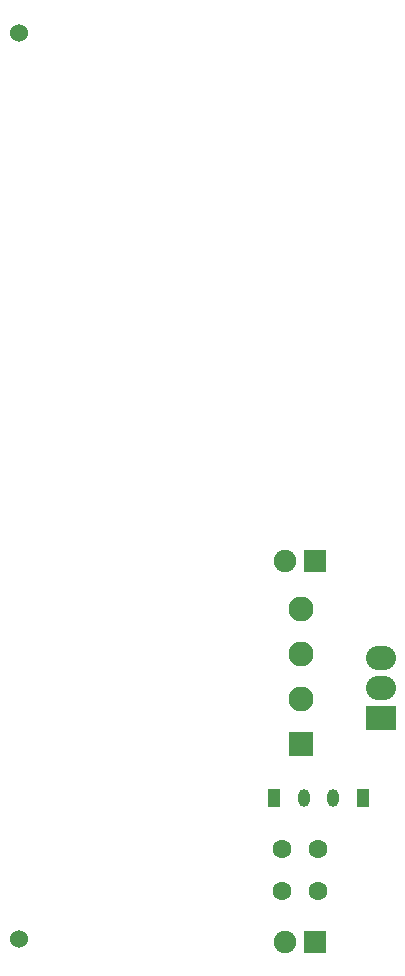
<source format=gtl>
G04*
G04 #@! TF.GenerationSoftware,Altium Limited,Altium Designer,21.0.8 (223)*
G04*
G04 Layer_Physical_Order=1*
G04 Layer_Color=255*
%FSTAX24Y24*%
%MOIN*%
G70*
G04*
G04 #@! TF.SameCoordinates,83E23403-EE52-46E3-B8F6-72DD454AC7A2*
G04*
G04*
G04 #@! TF.FilePolarity,Positive*
G04*
G01*
G75*
%ADD18C,0.0830*%
%ADD25C,0.0600*%
%ADD26R,0.0394X0.0591*%
%ADD27O,0.0394X0.0591*%
%ADD28C,0.0750*%
%ADD29R,0.0750X0.0750*%
%ADD30C,0.0630*%
%ADD31R,0.0830X0.0830*%
%ADD32R,0.1000X0.0800*%
%ADD33O,0.1000X0.0800*%
D18*
X027439Y0221D02*
D03*
Y0206D02*
D03*
Y0191D02*
D03*
D25*
X018024Y0413D02*
D03*
Y0111D02*
D03*
D26*
X0295Y01578D02*
D03*
X026537Y0158D02*
D03*
D27*
X0285Y01578D02*
D03*
X027537Y0158D02*
D03*
D28*
X0269Y011D02*
D03*
Y0237D02*
D03*
D29*
X0279Y011D02*
D03*
Y0237D02*
D03*
D30*
X0268Y0127D02*
D03*
X028D02*
D03*
Y0141D02*
D03*
X0268D02*
D03*
D31*
X027439Y0176D02*
D03*
D32*
X0301Y01845D02*
D03*
D33*
Y01945D02*
D03*
Y02045D02*
D03*
M02*

</source>
